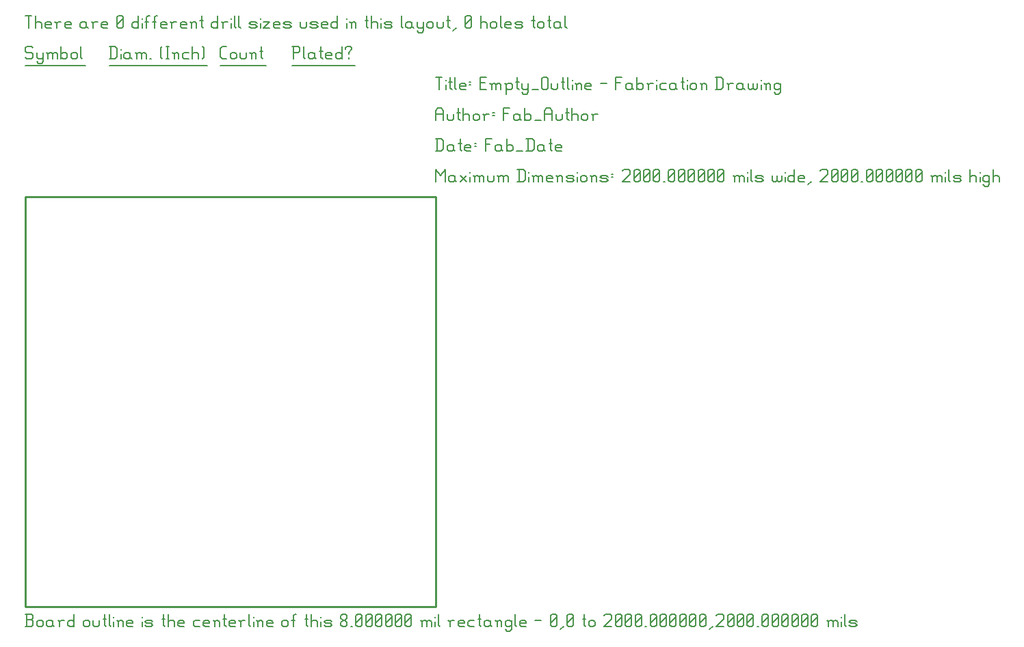
<source format=gbr>
G04 start of page 3 for group -3984 idx -3984 *
G04 Title: Empty_Outline, fab *
G04 Creator: pcb v4.0.0-g08c339ec *
G04 CreationDate: Tue Apr  4 02:45:06 2017 UTC *
G04 For: dan *
G04 Format: Gerber/RS-274X *
G04 PCB-Dimensions (mil): 2000.00 2000.00 *
G04 PCB-Coordinate-Origin: lower left *
%MOIN*%
%FSLAX25Y25*%
%LNFAB*%
%ADD14C,0.0100*%
%ADD13C,0.0075*%
%ADD12C,0.0060*%
G54D12*X3000Y273500D02*X3750Y272750D01*
X750Y273500D02*X3000D01*
X0Y272750D02*X750Y273500D01*
X0Y272750D02*Y271250D01*
X750Y270500D01*
X3000D01*
X3750Y269750D01*
Y268250D01*
X3000Y267500D02*X3750Y268250D01*
X750Y267500D02*X3000D01*
X0Y268250D02*X750Y267500D01*
X5550Y270500D02*Y268250D01*
X6300Y267500D01*
X8550Y270500D02*Y266000D01*
X7800Y265250D02*X8550Y266000D01*
X6300Y265250D02*X7800D01*
X5550Y266000D02*X6300Y265250D01*
Y267500D02*X7800D01*
X8550Y268250D01*
X11100Y269750D02*Y267500D01*
Y269750D02*X11850Y270500D01*
X12600D01*
X13350Y269750D01*
Y267500D01*
Y269750D02*X14100Y270500D01*
X14850D01*
X15600Y269750D01*
Y267500D01*
X10350Y270500D02*X11100Y269750D01*
X17400Y273500D02*Y267500D01*
Y268250D02*X18150Y267500D01*
X19650D01*
X20400Y268250D01*
Y269750D02*Y268250D01*
X19650Y270500D02*X20400Y269750D01*
X18150Y270500D02*X19650D01*
X17400Y269750D02*X18150Y270500D01*
X22200Y269750D02*Y268250D01*
Y269750D02*X22950Y270500D01*
X24450D01*
X25200Y269750D01*
Y268250D01*
X24450Y267500D02*X25200Y268250D01*
X22950Y267500D02*X24450D01*
X22200Y268250D02*X22950Y267500D01*
X27000Y273500D02*Y268250D01*
X27750Y267500D01*
X0Y264250D02*X29250D01*
X41750Y273500D02*Y267500D01*
X43700Y273500D02*X44750Y272450D01*
Y268550D01*
X43700Y267500D02*X44750Y268550D01*
X41000Y267500D02*X43700D01*
X41000Y273500D02*X43700D01*
G54D13*X46550Y272000D02*Y271850D01*
G54D12*Y269750D02*Y267500D01*
X50300Y270500D02*X51050Y269750D01*
X48800Y270500D02*X50300D01*
X48050Y269750D02*X48800Y270500D01*
X48050Y269750D02*Y268250D01*
X48800Y267500D01*
X51050Y270500D02*Y268250D01*
X51800Y267500D01*
X48800D02*X50300D01*
X51050Y268250D01*
X54350Y269750D02*Y267500D01*
Y269750D02*X55100Y270500D01*
X55850D01*
X56600Y269750D01*
Y267500D01*
Y269750D02*X57350Y270500D01*
X58100D01*
X58850Y269750D01*
Y267500D01*
X53600Y270500D02*X54350Y269750D01*
X60650Y267500D02*X61400D01*
X65900Y268250D02*X66650Y267500D01*
X65900Y272750D02*X66650Y273500D01*
X65900Y272750D02*Y268250D01*
X68450Y273500D02*X69950D01*
X69200D02*Y267500D01*
X68450D02*X69950D01*
X72500Y269750D02*Y267500D01*
Y269750D02*X73250Y270500D01*
X74000D01*
X74750Y269750D01*
Y267500D01*
X71750Y270500D02*X72500Y269750D01*
X77300Y270500D02*X79550D01*
X76550Y269750D02*X77300Y270500D01*
X76550Y269750D02*Y268250D01*
X77300Y267500D01*
X79550D01*
X81350Y273500D02*Y267500D01*
Y269750D02*X82100Y270500D01*
X83600D01*
X84350Y269750D01*
Y267500D01*
X86150Y273500D02*X86900Y272750D01*
Y268250D01*
X86150Y267500D02*X86900Y268250D01*
X41000Y264250D02*X88700D01*
X96050Y267500D02*X98000D01*
X95000Y268550D02*X96050Y267500D01*
X95000Y272450D02*Y268550D01*
Y272450D02*X96050Y273500D01*
X98000D01*
X99800Y269750D02*Y268250D01*
Y269750D02*X100550Y270500D01*
X102050D01*
X102800Y269750D01*
Y268250D01*
X102050Y267500D02*X102800Y268250D01*
X100550Y267500D02*X102050D01*
X99800Y268250D02*X100550Y267500D01*
X104600Y270500D02*Y268250D01*
X105350Y267500D01*
X106850D01*
X107600Y268250D01*
Y270500D02*Y268250D01*
X110150Y269750D02*Y267500D01*
Y269750D02*X110900Y270500D01*
X111650D01*
X112400Y269750D01*
Y267500D01*
X109400Y270500D02*X110150Y269750D01*
X114950Y273500D02*Y268250D01*
X115700Y267500D01*
X114200Y271250D02*X115700D01*
X95000Y264250D02*X117200D01*
X130750Y273500D02*Y267500D01*
X130000Y273500D02*X133000D01*
X133750Y272750D01*
Y271250D01*
X133000Y270500D02*X133750Y271250D01*
X130750Y270500D02*X133000D01*
X135550Y273500D02*Y268250D01*
X136300Y267500D01*
X140050Y270500D02*X140800Y269750D01*
X138550Y270500D02*X140050D01*
X137800Y269750D02*X138550Y270500D01*
X137800Y269750D02*Y268250D01*
X138550Y267500D01*
X140800Y270500D02*Y268250D01*
X141550Y267500D01*
X138550D02*X140050D01*
X140800Y268250D01*
X144100Y273500D02*Y268250D01*
X144850Y267500D01*
X143350Y271250D02*X144850D01*
X147100Y267500D02*X149350D01*
X146350Y268250D02*X147100Y267500D01*
X146350Y269750D02*Y268250D01*
Y269750D02*X147100Y270500D01*
X148600D01*
X149350Y269750D01*
X146350Y269000D02*X149350D01*
Y269750D02*Y269000D01*
X154150Y273500D02*Y267500D01*
X153400D02*X154150Y268250D01*
X151900Y267500D02*X153400D01*
X151150Y268250D02*X151900Y267500D01*
X151150Y269750D02*Y268250D01*
Y269750D02*X151900Y270500D01*
X153400D01*
X154150Y269750D01*
X157450Y270500D02*Y269750D01*
Y268250D02*Y267500D01*
X155950Y272750D02*Y272000D01*
Y272750D02*X156700Y273500D01*
X158200D01*
X158950Y272750D01*
Y272000D01*
X157450Y270500D02*X158950Y272000D01*
X130000Y264250D02*X160750D01*
X0Y288500D02*X3000D01*
X1500D02*Y282500D01*
X4800Y288500D02*Y282500D01*
Y284750D02*X5550Y285500D01*
X7050D01*
X7800Y284750D01*
Y282500D01*
X10350D02*X12600D01*
X9600Y283250D02*X10350Y282500D01*
X9600Y284750D02*Y283250D01*
Y284750D02*X10350Y285500D01*
X11850D01*
X12600Y284750D01*
X9600Y284000D02*X12600D01*
Y284750D02*Y284000D01*
X15150Y284750D02*Y282500D01*
Y284750D02*X15900Y285500D01*
X17400D01*
X14400D02*X15150Y284750D01*
X19950Y282500D02*X22200D01*
X19200Y283250D02*X19950Y282500D01*
X19200Y284750D02*Y283250D01*
Y284750D02*X19950Y285500D01*
X21450D01*
X22200Y284750D01*
X19200Y284000D02*X22200D01*
Y284750D02*Y284000D01*
X28950Y285500D02*X29700Y284750D01*
X27450Y285500D02*X28950D01*
X26700Y284750D02*X27450Y285500D01*
X26700Y284750D02*Y283250D01*
X27450Y282500D01*
X29700Y285500D02*Y283250D01*
X30450Y282500D01*
X27450D02*X28950D01*
X29700Y283250D01*
X33000Y284750D02*Y282500D01*
Y284750D02*X33750Y285500D01*
X35250D01*
X32250D02*X33000Y284750D01*
X37800Y282500D02*X40050D01*
X37050Y283250D02*X37800Y282500D01*
X37050Y284750D02*Y283250D01*
Y284750D02*X37800Y285500D01*
X39300D01*
X40050Y284750D01*
X37050Y284000D02*X40050D01*
Y284750D02*Y284000D01*
X44550Y283250D02*X45300Y282500D01*
X44550Y287750D02*Y283250D01*
Y287750D02*X45300Y288500D01*
X46800D01*
X47550Y287750D01*
Y283250D01*
X46800Y282500D02*X47550Y283250D01*
X45300Y282500D02*X46800D01*
X44550Y284000D02*X47550Y287000D01*
X55050Y288500D02*Y282500D01*
X54300D02*X55050Y283250D01*
X52800Y282500D02*X54300D01*
X52050Y283250D02*X52800Y282500D01*
X52050Y284750D02*Y283250D01*
Y284750D02*X52800Y285500D01*
X54300D01*
X55050Y284750D01*
G54D13*X56850Y287000D02*Y286850D01*
G54D12*Y284750D02*Y282500D01*
X59100Y287750D02*Y282500D01*
Y287750D02*X59850Y288500D01*
X60600D01*
X58350Y285500D02*X59850D01*
X62850Y287750D02*Y282500D01*
Y287750D02*X63600Y288500D01*
X64350D01*
X62100Y285500D02*X63600D01*
X66600Y282500D02*X68850D01*
X65850Y283250D02*X66600Y282500D01*
X65850Y284750D02*Y283250D01*
Y284750D02*X66600Y285500D01*
X68100D01*
X68850Y284750D01*
X65850Y284000D02*X68850D01*
Y284750D02*Y284000D01*
X71400Y284750D02*Y282500D01*
Y284750D02*X72150Y285500D01*
X73650D01*
X70650D02*X71400Y284750D01*
X76200Y282500D02*X78450D01*
X75450Y283250D02*X76200Y282500D01*
X75450Y284750D02*Y283250D01*
Y284750D02*X76200Y285500D01*
X77700D01*
X78450Y284750D01*
X75450Y284000D02*X78450D01*
Y284750D02*Y284000D01*
X81000Y284750D02*Y282500D01*
Y284750D02*X81750Y285500D01*
X82500D01*
X83250Y284750D01*
Y282500D01*
X80250Y285500D02*X81000Y284750D01*
X85800Y288500D02*Y283250D01*
X86550Y282500D01*
X85050Y286250D02*X86550D01*
X93750Y288500D02*Y282500D01*
X93000D02*X93750Y283250D01*
X91500Y282500D02*X93000D01*
X90750Y283250D02*X91500Y282500D01*
X90750Y284750D02*Y283250D01*
Y284750D02*X91500Y285500D01*
X93000D01*
X93750Y284750D01*
X96300D02*Y282500D01*
Y284750D02*X97050Y285500D01*
X98550D01*
X95550D02*X96300Y284750D01*
G54D13*X100350Y287000D02*Y286850D01*
G54D12*Y284750D02*Y282500D01*
X101850Y288500D02*Y283250D01*
X102600Y282500D01*
X104100Y288500D02*Y283250D01*
X104850Y282500D01*
X109800D02*X112050D01*
X112800Y283250D01*
X112050Y284000D02*X112800Y283250D01*
X109800Y284000D02*X112050D01*
X109050Y284750D02*X109800Y284000D01*
X109050Y284750D02*X109800Y285500D01*
X112050D01*
X112800Y284750D01*
X109050Y283250D02*X109800Y282500D01*
G54D13*X114600Y287000D02*Y286850D01*
G54D12*Y284750D02*Y282500D01*
X116100Y285500D02*X119100D01*
X116100Y282500D02*X119100Y285500D01*
X116100Y282500D02*X119100D01*
X121650D02*X123900D01*
X120900Y283250D02*X121650Y282500D01*
X120900Y284750D02*Y283250D01*
Y284750D02*X121650Y285500D01*
X123150D01*
X123900Y284750D01*
X120900Y284000D02*X123900D01*
Y284750D02*Y284000D01*
X126450Y282500D02*X128700D01*
X129450Y283250D01*
X128700Y284000D02*X129450Y283250D01*
X126450Y284000D02*X128700D01*
X125700Y284750D02*X126450Y284000D01*
X125700Y284750D02*X126450Y285500D01*
X128700D01*
X129450Y284750D01*
X125700Y283250D02*X126450Y282500D01*
X133950Y285500D02*Y283250D01*
X134700Y282500D01*
X136200D01*
X136950Y283250D01*
Y285500D02*Y283250D01*
X139500Y282500D02*X141750D01*
X142500Y283250D01*
X141750Y284000D02*X142500Y283250D01*
X139500Y284000D02*X141750D01*
X138750Y284750D02*X139500Y284000D01*
X138750Y284750D02*X139500Y285500D01*
X141750D01*
X142500Y284750D01*
X138750Y283250D02*X139500Y282500D01*
X145050D02*X147300D01*
X144300Y283250D02*X145050Y282500D01*
X144300Y284750D02*Y283250D01*
Y284750D02*X145050Y285500D01*
X146550D01*
X147300Y284750D01*
X144300Y284000D02*X147300D01*
Y284750D02*Y284000D01*
X152100Y288500D02*Y282500D01*
X151350D02*X152100Y283250D01*
X149850Y282500D02*X151350D01*
X149100Y283250D02*X149850Y282500D01*
X149100Y284750D02*Y283250D01*
Y284750D02*X149850Y285500D01*
X151350D01*
X152100Y284750D01*
G54D13*X156600Y287000D02*Y286850D01*
G54D12*Y284750D02*Y282500D01*
X158850Y284750D02*Y282500D01*
Y284750D02*X159600Y285500D01*
X160350D01*
X161100Y284750D01*
Y282500D01*
X158100Y285500D02*X158850Y284750D01*
X166350Y288500D02*Y283250D01*
X167100Y282500D01*
X165600Y286250D02*X167100D01*
X168600Y288500D02*Y282500D01*
Y284750D02*X169350Y285500D01*
X170850D01*
X171600Y284750D01*
Y282500D01*
G54D13*X173400Y287000D02*Y286850D01*
G54D12*Y284750D02*Y282500D01*
X175650D02*X177900D01*
X178650Y283250D01*
X177900Y284000D02*X178650Y283250D01*
X175650Y284000D02*X177900D01*
X174900Y284750D02*X175650Y284000D01*
X174900Y284750D02*X175650Y285500D01*
X177900D01*
X178650Y284750D01*
X174900Y283250D02*X175650Y282500D01*
X183150Y288500D02*Y283250D01*
X183900Y282500D01*
X187650Y285500D02*X188400Y284750D01*
X186150Y285500D02*X187650D01*
X185400Y284750D02*X186150Y285500D01*
X185400Y284750D02*Y283250D01*
X186150Y282500D01*
X188400Y285500D02*Y283250D01*
X189150Y282500D01*
X186150D02*X187650D01*
X188400Y283250D01*
X190950Y285500D02*Y283250D01*
X191700Y282500D01*
X193950Y285500D02*Y281000D01*
X193200Y280250D02*X193950Y281000D01*
X191700Y280250D02*X193200D01*
X190950Y281000D02*X191700Y280250D01*
Y282500D02*X193200D01*
X193950Y283250D01*
X195750Y284750D02*Y283250D01*
Y284750D02*X196500Y285500D01*
X198000D01*
X198750Y284750D01*
Y283250D01*
X198000Y282500D02*X198750Y283250D01*
X196500Y282500D02*X198000D01*
X195750Y283250D02*X196500Y282500D01*
X200550Y285500D02*Y283250D01*
X201300Y282500D01*
X202800D01*
X203550Y283250D01*
Y285500D02*Y283250D01*
X206100Y288500D02*Y283250D01*
X206850Y282500D01*
X205350Y286250D02*X206850D01*
X208350Y281000D02*X209850Y282500D01*
X214350Y283250D02*X215100Y282500D01*
X214350Y287750D02*Y283250D01*
Y287750D02*X215100Y288500D01*
X216600D01*
X217350Y287750D01*
Y283250D01*
X216600Y282500D02*X217350Y283250D01*
X215100Y282500D02*X216600D01*
X214350Y284000D02*X217350Y287000D01*
X221850Y288500D02*Y282500D01*
Y284750D02*X222600Y285500D01*
X224100D01*
X224850Y284750D01*
Y282500D01*
X226650Y284750D02*Y283250D01*
Y284750D02*X227400Y285500D01*
X228900D01*
X229650Y284750D01*
Y283250D01*
X228900Y282500D02*X229650Y283250D01*
X227400Y282500D02*X228900D01*
X226650Y283250D02*X227400Y282500D01*
X231450Y288500D02*Y283250D01*
X232200Y282500D01*
X234450D02*X236700D01*
X233700Y283250D02*X234450Y282500D01*
X233700Y284750D02*Y283250D01*
Y284750D02*X234450Y285500D01*
X235950D01*
X236700Y284750D01*
X233700Y284000D02*X236700D01*
Y284750D02*Y284000D01*
X239250Y282500D02*X241500D01*
X242250Y283250D01*
X241500Y284000D02*X242250Y283250D01*
X239250Y284000D02*X241500D01*
X238500Y284750D02*X239250Y284000D01*
X238500Y284750D02*X239250Y285500D01*
X241500D01*
X242250Y284750D01*
X238500Y283250D02*X239250Y282500D01*
X247500Y288500D02*Y283250D01*
X248250Y282500D01*
X246750Y286250D02*X248250D01*
X249750Y284750D02*Y283250D01*
Y284750D02*X250500Y285500D01*
X252000D01*
X252750Y284750D01*
Y283250D01*
X252000Y282500D02*X252750Y283250D01*
X250500Y282500D02*X252000D01*
X249750Y283250D02*X250500Y282500D01*
X255300Y288500D02*Y283250D01*
X256050Y282500D01*
X254550Y286250D02*X256050D01*
X259800Y285500D02*X260550Y284750D01*
X258300Y285500D02*X259800D01*
X257550Y284750D02*X258300Y285500D01*
X257550Y284750D02*Y283250D01*
X258300Y282500D01*
X260550Y285500D02*Y283250D01*
X261300Y282500D01*
X258300D02*X259800D01*
X260550Y283250D01*
X263100Y288500D02*Y283250D01*
X263850Y282500D01*
G54D14*X0Y200000D02*X200000D01*
X0D02*Y0D01*
X200000Y200000D02*Y0D01*
X0D02*X200000D01*
G54D12*Y213500D02*Y207500D01*
Y213500D02*X202250Y210500D01*
X204500Y213500D01*
Y207500D01*
X208550Y210500D02*X209300Y209750D01*
X207050Y210500D02*X208550D01*
X206300Y209750D02*X207050Y210500D01*
X206300Y209750D02*Y208250D01*
X207050Y207500D01*
X209300Y210500D02*Y208250D01*
X210050Y207500D01*
X207050D02*X208550D01*
X209300Y208250D01*
X211850Y210500D02*X214850Y207500D01*
X211850D02*X214850Y210500D01*
G54D13*X216650Y212000D02*Y211850D01*
G54D12*Y209750D02*Y207500D01*
X218900Y209750D02*Y207500D01*
Y209750D02*X219650Y210500D01*
X220400D01*
X221150Y209750D01*
Y207500D01*
Y209750D02*X221900Y210500D01*
X222650D01*
X223400Y209750D01*
Y207500D01*
X218150Y210500D02*X218900Y209750D01*
X225200Y210500D02*Y208250D01*
X225950Y207500D01*
X227450D01*
X228200Y208250D01*
Y210500D02*Y208250D01*
X230750Y209750D02*Y207500D01*
Y209750D02*X231500Y210500D01*
X232250D01*
X233000Y209750D01*
Y207500D01*
Y209750D02*X233750Y210500D01*
X234500D01*
X235250Y209750D01*
Y207500D01*
X230000Y210500D02*X230750Y209750D01*
X240500Y213500D02*Y207500D01*
X242450Y213500D02*X243500Y212450D01*
Y208550D01*
X242450Y207500D02*X243500Y208550D01*
X239750Y207500D02*X242450D01*
X239750Y213500D02*X242450D01*
G54D13*X245300Y212000D02*Y211850D01*
G54D12*Y209750D02*Y207500D01*
X247550Y209750D02*Y207500D01*
Y209750D02*X248300Y210500D01*
X249050D01*
X249800Y209750D01*
Y207500D01*
Y209750D02*X250550Y210500D01*
X251300D01*
X252050Y209750D01*
Y207500D01*
X246800Y210500D02*X247550Y209750D01*
X254600Y207500D02*X256850D01*
X253850Y208250D02*X254600Y207500D01*
X253850Y209750D02*Y208250D01*
Y209750D02*X254600Y210500D01*
X256100D01*
X256850Y209750D01*
X253850Y209000D02*X256850D01*
Y209750D02*Y209000D01*
X259400Y209750D02*Y207500D01*
Y209750D02*X260150Y210500D01*
X260900D01*
X261650Y209750D01*
Y207500D01*
X258650Y210500D02*X259400Y209750D01*
X264200Y207500D02*X266450D01*
X267200Y208250D01*
X266450Y209000D02*X267200Y208250D01*
X264200Y209000D02*X266450D01*
X263450Y209750D02*X264200Y209000D01*
X263450Y209750D02*X264200Y210500D01*
X266450D01*
X267200Y209750D01*
X263450Y208250D02*X264200Y207500D01*
G54D13*X269000Y212000D02*Y211850D01*
G54D12*Y209750D02*Y207500D01*
X270500Y209750D02*Y208250D01*
Y209750D02*X271250Y210500D01*
X272750D01*
X273500Y209750D01*
Y208250D01*
X272750Y207500D02*X273500Y208250D01*
X271250Y207500D02*X272750D01*
X270500Y208250D02*X271250Y207500D01*
X276050Y209750D02*Y207500D01*
Y209750D02*X276800Y210500D01*
X277550D01*
X278300Y209750D01*
Y207500D01*
X275300Y210500D02*X276050Y209750D01*
X280850Y207500D02*X283100D01*
X283850Y208250D01*
X283100Y209000D02*X283850Y208250D01*
X280850Y209000D02*X283100D01*
X280100Y209750D02*X280850Y209000D01*
X280100Y209750D02*X280850Y210500D01*
X283100D01*
X283850Y209750D01*
X280100Y208250D02*X280850Y207500D01*
X285650Y211250D02*X286400D01*
X285650Y209750D02*X286400D01*
X290900Y212750D02*X291650Y213500D01*
X293900D01*
X294650Y212750D01*
Y211250D01*
X290900Y207500D02*X294650Y211250D01*
X290900Y207500D02*X294650D01*
X296450Y208250D02*X297200Y207500D01*
X296450Y212750D02*Y208250D01*
Y212750D02*X297200Y213500D01*
X298700D01*
X299450Y212750D01*
Y208250D01*
X298700Y207500D02*X299450Y208250D01*
X297200Y207500D02*X298700D01*
X296450Y209000D02*X299450Y212000D01*
X301250Y208250D02*X302000Y207500D01*
X301250Y212750D02*Y208250D01*
Y212750D02*X302000Y213500D01*
X303500D01*
X304250Y212750D01*
Y208250D01*
X303500Y207500D02*X304250Y208250D01*
X302000Y207500D02*X303500D01*
X301250Y209000D02*X304250Y212000D01*
X306050Y208250D02*X306800Y207500D01*
X306050Y212750D02*Y208250D01*
Y212750D02*X306800Y213500D01*
X308300D01*
X309050Y212750D01*
Y208250D01*
X308300Y207500D02*X309050Y208250D01*
X306800Y207500D02*X308300D01*
X306050Y209000D02*X309050Y212000D01*
X310850Y207500D02*X311600D01*
X313400Y208250D02*X314150Y207500D01*
X313400Y212750D02*Y208250D01*
Y212750D02*X314150Y213500D01*
X315650D01*
X316400Y212750D01*
Y208250D01*
X315650Y207500D02*X316400Y208250D01*
X314150Y207500D02*X315650D01*
X313400Y209000D02*X316400Y212000D01*
X318200Y208250D02*X318950Y207500D01*
X318200Y212750D02*Y208250D01*
Y212750D02*X318950Y213500D01*
X320450D01*
X321200Y212750D01*
Y208250D01*
X320450Y207500D02*X321200Y208250D01*
X318950Y207500D02*X320450D01*
X318200Y209000D02*X321200Y212000D01*
X323000Y208250D02*X323750Y207500D01*
X323000Y212750D02*Y208250D01*
Y212750D02*X323750Y213500D01*
X325250D01*
X326000Y212750D01*
Y208250D01*
X325250Y207500D02*X326000Y208250D01*
X323750Y207500D02*X325250D01*
X323000Y209000D02*X326000Y212000D01*
X327800Y208250D02*X328550Y207500D01*
X327800Y212750D02*Y208250D01*
Y212750D02*X328550Y213500D01*
X330050D01*
X330800Y212750D01*
Y208250D01*
X330050Y207500D02*X330800Y208250D01*
X328550Y207500D02*X330050D01*
X327800Y209000D02*X330800Y212000D01*
X332600Y208250D02*X333350Y207500D01*
X332600Y212750D02*Y208250D01*
Y212750D02*X333350Y213500D01*
X334850D01*
X335600Y212750D01*
Y208250D01*
X334850Y207500D02*X335600Y208250D01*
X333350Y207500D02*X334850D01*
X332600Y209000D02*X335600Y212000D01*
X337400Y208250D02*X338150Y207500D01*
X337400Y212750D02*Y208250D01*
Y212750D02*X338150Y213500D01*
X339650D01*
X340400Y212750D01*
Y208250D01*
X339650Y207500D02*X340400Y208250D01*
X338150Y207500D02*X339650D01*
X337400Y209000D02*X340400Y212000D01*
X345650Y209750D02*Y207500D01*
Y209750D02*X346400Y210500D01*
X347150D01*
X347900Y209750D01*
Y207500D01*
Y209750D02*X348650Y210500D01*
X349400D01*
X350150Y209750D01*
Y207500D01*
X344900Y210500D02*X345650Y209750D01*
G54D13*X351950Y212000D02*Y211850D01*
G54D12*Y209750D02*Y207500D01*
X353450Y213500D02*Y208250D01*
X354200Y207500D01*
X356450D02*X358700D01*
X359450Y208250D01*
X358700Y209000D02*X359450Y208250D01*
X356450Y209000D02*X358700D01*
X355700Y209750D02*X356450Y209000D01*
X355700Y209750D02*X356450Y210500D01*
X358700D01*
X359450Y209750D01*
X355700Y208250D02*X356450Y207500D01*
X363950Y210500D02*Y208250D01*
X364700Y207500D01*
X365450D01*
X366200Y208250D01*
Y210500D02*Y208250D01*
X366950Y207500D01*
X367700D01*
X368450Y208250D01*
Y210500D02*Y208250D01*
G54D13*X370250Y212000D02*Y211850D01*
G54D12*Y209750D02*Y207500D01*
X374750Y213500D02*Y207500D01*
X374000D02*X374750Y208250D01*
X372500Y207500D02*X374000D01*
X371750Y208250D02*X372500Y207500D01*
X371750Y209750D02*Y208250D01*
Y209750D02*X372500Y210500D01*
X374000D01*
X374750Y209750D01*
X377300Y207500D02*X379550D01*
X376550Y208250D02*X377300Y207500D01*
X376550Y209750D02*Y208250D01*
Y209750D02*X377300Y210500D01*
X378800D01*
X379550Y209750D01*
X376550Y209000D02*X379550D01*
Y209750D02*Y209000D01*
X381350Y206000D02*X382850Y207500D01*
X387350Y212750D02*X388100Y213500D01*
X390350D01*
X391100Y212750D01*
Y211250D01*
X387350Y207500D02*X391100Y211250D01*
X387350Y207500D02*X391100D01*
X392900Y208250D02*X393650Y207500D01*
X392900Y212750D02*Y208250D01*
Y212750D02*X393650Y213500D01*
X395150D01*
X395900Y212750D01*
Y208250D01*
X395150Y207500D02*X395900Y208250D01*
X393650Y207500D02*X395150D01*
X392900Y209000D02*X395900Y212000D01*
X397700Y208250D02*X398450Y207500D01*
X397700Y212750D02*Y208250D01*
Y212750D02*X398450Y213500D01*
X399950D01*
X400700Y212750D01*
Y208250D01*
X399950Y207500D02*X400700Y208250D01*
X398450Y207500D02*X399950D01*
X397700Y209000D02*X400700Y212000D01*
X402500Y208250D02*X403250Y207500D01*
X402500Y212750D02*Y208250D01*
Y212750D02*X403250Y213500D01*
X404750D01*
X405500Y212750D01*
Y208250D01*
X404750Y207500D02*X405500Y208250D01*
X403250Y207500D02*X404750D01*
X402500Y209000D02*X405500Y212000D01*
X407300Y207500D02*X408050D01*
X409850Y208250D02*X410600Y207500D01*
X409850Y212750D02*Y208250D01*
Y212750D02*X410600Y213500D01*
X412100D01*
X412850Y212750D01*
Y208250D01*
X412100Y207500D02*X412850Y208250D01*
X410600Y207500D02*X412100D01*
X409850Y209000D02*X412850Y212000D01*
X414650Y208250D02*X415400Y207500D01*
X414650Y212750D02*Y208250D01*
Y212750D02*X415400Y213500D01*
X416900D01*
X417650Y212750D01*
Y208250D01*
X416900Y207500D02*X417650Y208250D01*
X415400Y207500D02*X416900D01*
X414650Y209000D02*X417650Y212000D01*
X419450Y208250D02*X420200Y207500D01*
X419450Y212750D02*Y208250D01*
Y212750D02*X420200Y213500D01*
X421700D01*
X422450Y212750D01*
Y208250D01*
X421700Y207500D02*X422450Y208250D01*
X420200Y207500D02*X421700D01*
X419450Y209000D02*X422450Y212000D01*
X424250Y208250D02*X425000Y207500D01*
X424250Y212750D02*Y208250D01*
Y212750D02*X425000Y213500D01*
X426500D01*
X427250Y212750D01*
Y208250D01*
X426500Y207500D02*X427250Y208250D01*
X425000Y207500D02*X426500D01*
X424250Y209000D02*X427250Y212000D01*
X429050Y208250D02*X429800Y207500D01*
X429050Y212750D02*Y208250D01*
Y212750D02*X429800Y213500D01*
X431300D01*
X432050Y212750D01*
Y208250D01*
X431300Y207500D02*X432050Y208250D01*
X429800Y207500D02*X431300D01*
X429050Y209000D02*X432050Y212000D01*
X433850Y208250D02*X434600Y207500D01*
X433850Y212750D02*Y208250D01*
Y212750D02*X434600Y213500D01*
X436100D01*
X436850Y212750D01*
Y208250D01*
X436100Y207500D02*X436850Y208250D01*
X434600Y207500D02*X436100D01*
X433850Y209000D02*X436850Y212000D01*
X442100Y209750D02*Y207500D01*
Y209750D02*X442850Y210500D01*
X443600D01*
X444350Y209750D01*
Y207500D01*
Y209750D02*X445100Y210500D01*
X445850D01*
X446600Y209750D01*
Y207500D01*
X441350Y210500D02*X442100Y209750D01*
G54D13*X448400Y212000D02*Y211850D01*
G54D12*Y209750D02*Y207500D01*
X449900Y213500D02*Y208250D01*
X450650Y207500D01*
X452900D02*X455150D01*
X455900Y208250D01*
X455150Y209000D02*X455900Y208250D01*
X452900Y209000D02*X455150D01*
X452150Y209750D02*X452900Y209000D01*
X452150Y209750D02*X452900Y210500D01*
X455150D01*
X455900Y209750D01*
X452150Y208250D02*X452900Y207500D01*
X460400Y213500D02*Y207500D01*
Y209750D02*X461150Y210500D01*
X462650D01*
X463400Y209750D01*
Y207500D01*
G54D13*X465200Y212000D02*Y211850D01*
G54D12*Y209750D02*Y207500D01*
X468950Y210500D02*X469700Y209750D01*
X467450Y210500D02*X468950D01*
X466700Y209750D02*X467450Y210500D01*
X466700Y209750D02*Y208250D01*
X467450Y207500D01*
X468950D01*
X469700Y208250D01*
X466700Y206000D02*X467450Y205250D01*
X468950D01*
X469700Y206000D01*
Y210500D02*Y206000D01*
X471500Y213500D02*Y207500D01*
Y209750D02*X472250Y210500D01*
X473750D01*
X474500Y209750D01*
Y207500D01*
X0Y-9500D02*X3000D01*
X3750Y-8750D01*
Y-6950D02*Y-8750D01*
X3000Y-6200D02*X3750Y-6950D01*
X750Y-6200D02*X3000D01*
X750Y-3500D02*Y-9500D01*
X0Y-3500D02*X3000D01*
X3750Y-4250D01*
Y-5450D01*
X3000Y-6200D02*X3750Y-5450D01*
X5550Y-7250D02*Y-8750D01*
Y-7250D02*X6300Y-6500D01*
X7800D01*
X8550Y-7250D01*
Y-8750D01*
X7800Y-9500D02*X8550Y-8750D01*
X6300Y-9500D02*X7800D01*
X5550Y-8750D02*X6300Y-9500D01*
X12600Y-6500D02*X13350Y-7250D01*
X11100Y-6500D02*X12600D01*
X10350Y-7250D02*X11100Y-6500D01*
X10350Y-7250D02*Y-8750D01*
X11100Y-9500D01*
X13350Y-6500D02*Y-8750D01*
X14100Y-9500D01*
X11100D02*X12600D01*
X13350Y-8750D01*
X16650Y-7250D02*Y-9500D01*
Y-7250D02*X17400Y-6500D01*
X18900D01*
X15900D02*X16650Y-7250D01*
X23700Y-3500D02*Y-9500D01*
X22950D02*X23700Y-8750D01*
X21450Y-9500D02*X22950D01*
X20700Y-8750D02*X21450Y-9500D01*
X20700Y-7250D02*Y-8750D01*
Y-7250D02*X21450Y-6500D01*
X22950D01*
X23700Y-7250D01*
X28200D02*Y-8750D01*
Y-7250D02*X28950Y-6500D01*
X30450D01*
X31200Y-7250D01*
Y-8750D01*
X30450Y-9500D02*X31200Y-8750D01*
X28950Y-9500D02*X30450D01*
X28200Y-8750D02*X28950Y-9500D01*
X33000Y-6500D02*Y-8750D01*
X33750Y-9500D01*
X35250D01*
X36000Y-8750D01*
Y-6500D02*Y-8750D01*
X38550Y-3500D02*Y-8750D01*
X39300Y-9500D01*
X37800Y-5750D02*X39300D01*
X40800Y-3500D02*Y-8750D01*
X41550Y-9500D01*
G54D13*X43050Y-5000D02*Y-5150D01*
G54D12*Y-7250D02*Y-9500D01*
X45300Y-7250D02*Y-9500D01*
Y-7250D02*X46050Y-6500D01*
X46800D01*
X47550Y-7250D01*
Y-9500D01*
X44550Y-6500D02*X45300Y-7250D01*
X50100Y-9500D02*X52350D01*
X49350Y-8750D02*X50100Y-9500D01*
X49350Y-7250D02*Y-8750D01*
Y-7250D02*X50100Y-6500D01*
X51600D01*
X52350Y-7250D01*
X49350Y-8000D02*X52350D01*
Y-7250D02*Y-8000D01*
G54D13*X56850Y-5000D02*Y-5150D01*
G54D12*Y-7250D02*Y-9500D01*
X59100D02*X61350D01*
X62100Y-8750D01*
X61350Y-8000D02*X62100Y-8750D01*
X59100Y-8000D02*X61350D01*
X58350Y-7250D02*X59100Y-8000D01*
X58350Y-7250D02*X59100Y-6500D01*
X61350D01*
X62100Y-7250D01*
X58350Y-8750D02*X59100Y-9500D01*
X67350Y-3500D02*Y-8750D01*
X68100Y-9500D01*
X66600Y-5750D02*X68100D01*
X69600Y-3500D02*Y-9500D01*
Y-7250D02*X70350Y-6500D01*
X71850D01*
X72600Y-7250D01*
Y-9500D01*
X75150D02*X77400D01*
X74400Y-8750D02*X75150Y-9500D01*
X74400Y-7250D02*Y-8750D01*
Y-7250D02*X75150Y-6500D01*
X76650D01*
X77400Y-7250D01*
X74400Y-8000D02*X77400D01*
Y-7250D02*Y-8000D01*
X82650Y-6500D02*X84900D01*
X81900Y-7250D02*X82650Y-6500D01*
X81900Y-7250D02*Y-8750D01*
X82650Y-9500D01*
X84900D01*
X87450D02*X89700D01*
X86700Y-8750D02*X87450Y-9500D01*
X86700Y-7250D02*Y-8750D01*
Y-7250D02*X87450Y-6500D01*
X88950D01*
X89700Y-7250D01*
X86700Y-8000D02*X89700D01*
Y-7250D02*Y-8000D01*
X92250Y-7250D02*Y-9500D01*
Y-7250D02*X93000Y-6500D01*
X93750D01*
X94500Y-7250D01*
Y-9500D01*
X91500Y-6500D02*X92250Y-7250D01*
X97050Y-3500D02*Y-8750D01*
X97800Y-9500D01*
X96300Y-5750D02*X97800D01*
X100050Y-9500D02*X102300D01*
X99300Y-8750D02*X100050Y-9500D01*
X99300Y-7250D02*Y-8750D01*
Y-7250D02*X100050Y-6500D01*
X101550D01*
X102300Y-7250D01*
X99300Y-8000D02*X102300D01*
Y-7250D02*Y-8000D01*
X104850Y-7250D02*Y-9500D01*
Y-7250D02*X105600Y-6500D01*
X107100D01*
X104100D02*X104850Y-7250D01*
X108900Y-3500D02*Y-8750D01*
X109650Y-9500D01*
G54D13*X111150Y-5000D02*Y-5150D01*
G54D12*Y-7250D02*Y-9500D01*
X113400Y-7250D02*Y-9500D01*
Y-7250D02*X114150Y-6500D01*
X114900D01*
X115650Y-7250D01*
Y-9500D01*
X112650Y-6500D02*X113400Y-7250D01*
X118200Y-9500D02*X120450D01*
X117450Y-8750D02*X118200Y-9500D01*
X117450Y-7250D02*Y-8750D01*
Y-7250D02*X118200Y-6500D01*
X119700D01*
X120450Y-7250D01*
X117450Y-8000D02*X120450D01*
Y-7250D02*Y-8000D01*
X124950Y-7250D02*Y-8750D01*
Y-7250D02*X125700Y-6500D01*
X127200D01*
X127950Y-7250D01*
Y-8750D01*
X127200Y-9500D02*X127950Y-8750D01*
X125700Y-9500D02*X127200D01*
X124950Y-8750D02*X125700Y-9500D01*
X130500Y-4250D02*Y-9500D01*
Y-4250D02*X131250Y-3500D01*
X132000D01*
X129750Y-6500D02*X131250D01*
X136950Y-3500D02*Y-8750D01*
X137700Y-9500D01*
X136200Y-5750D02*X137700D01*
X139200Y-3500D02*Y-9500D01*
Y-7250D02*X139950Y-6500D01*
X141450D01*
X142200Y-7250D01*
Y-9500D01*
G54D13*X144000Y-5000D02*Y-5150D01*
G54D12*Y-7250D02*Y-9500D01*
X146250D02*X148500D01*
X149250Y-8750D01*
X148500Y-8000D02*X149250Y-8750D01*
X146250Y-8000D02*X148500D01*
X145500Y-7250D02*X146250Y-8000D01*
X145500Y-7250D02*X146250Y-6500D01*
X148500D01*
X149250Y-7250D01*
X145500Y-8750D02*X146250Y-9500D01*
X153750Y-8750D02*X154500Y-9500D01*
X153750Y-7550D02*Y-8750D01*
Y-7550D02*X154800Y-6500D01*
X155700D01*
X156750Y-7550D01*
Y-8750D01*
X156000Y-9500D02*X156750Y-8750D01*
X154500Y-9500D02*X156000D01*
X153750Y-5450D02*X154800Y-6500D01*
X153750Y-4250D02*Y-5450D01*
Y-4250D02*X154500Y-3500D01*
X156000D01*
X156750Y-4250D01*
Y-5450D01*
X155700Y-6500D02*X156750Y-5450D01*
X158550Y-9500D02*X159300D01*
X161100Y-8750D02*X161850Y-9500D01*
X161100Y-4250D02*Y-8750D01*
Y-4250D02*X161850Y-3500D01*
X163350D01*
X164100Y-4250D01*
Y-8750D01*
X163350Y-9500D02*X164100Y-8750D01*
X161850Y-9500D02*X163350D01*
X161100Y-8000D02*X164100Y-5000D01*
X165900Y-8750D02*X166650Y-9500D01*
X165900Y-4250D02*Y-8750D01*
Y-4250D02*X166650Y-3500D01*
X168150D01*
X168900Y-4250D01*
Y-8750D01*
X168150Y-9500D02*X168900Y-8750D01*
X166650Y-9500D02*X168150D01*
X165900Y-8000D02*X168900Y-5000D01*
X170700Y-8750D02*X171450Y-9500D01*
X170700Y-4250D02*Y-8750D01*
Y-4250D02*X171450Y-3500D01*
X172950D01*
X173700Y-4250D01*
Y-8750D01*
X172950Y-9500D02*X173700Y-8750D01*
X171450Y-9500D02*X172950D01*
X170700Y-8000D02*X173700Y-5000D01*
X175500Y-8750D02*X176250Y-9500D01*
X175500Y-4250D02*Y-8750D01*
Y-4250D02*X176250Y-3500D01*
X177750D01*
X178500Y-4250D01*
Y-8750D01*
X177750Y-9500D02*X178500Y-8750D01*
X176250Y-9500D02*X177750D01*
X175500Y-8000D02*X178500Y-5000D01*
X180300Y-8750D02*X181050Y-9500D01*
X180300Y-4250D02*Y-8750D01*
Y-4250D02*X181050Y-3500D01*
X182550D01*
X183300Y-4250D01*
Y-8750D01*
X182550Y-9500D02*X183300Y-8750D01*
X181050Y-9500D02*X182550D01*
X180300Y-8000D02*X183300Y-5000D01*
X185100Y-8750D02*X185850Y-9500D01*
X185100Y-4250D02*Y-8750D01*
Y-4250D02*X185850Y-3500D01*
X187350D01*
X188100Y-4250D01*
Y-8750D01*
X187350Y-9500D02*X188100Y-8750D01*
X185850Y-9500D02*X187350D01*
X185100Y-8000D02*X188100Y-5000D01*
X193350Y-7250D02*Y-9500D01*
Y-7250D02*X194100Y-6500D01*
X194850D01*
X195600Y-7250D01*
Y-9500D01*
Y-7250D02*X196350Y-6500D01*
X197100D01*
X197850Y-7250D01*
Y-9500D01*
X192600Y-6500D02*X193350Y-7250D01*
G54D13*X199650Y-5000D02*Y-5150D01*
G54D12*Y-7250D02*Y-9500D01*
X201150Y-3500D02*Y-8750D01*
X201900Y-9500D01*
X206850Y-7250D02*Y-9500D01*
Y-7250D02*X207600Y-6500D01*
X209100D01*
X206100D02*X206850Y-7250D01*
X211650Y-9500D02*X213900D01*
X210900Y-8750D02*X211650Y-9500D01*
X210900Y-7250D02*Y-8750D01*
Y-7250D02*X211650Y-6500D01*
X213150D01*
X213900Y-7250D01*
X210900Y-8000D02*X213900D01*
Y-7250D02*Y-8000D01*
X216450Y-6500D02*X218700D01*
X215700Y-7250D02*X216450Y-6500D01*
X215700Y-7250D02*Y-8750D01*
X216450Y-9500D01*
X218700D01*
X221250Y-3500D02*Y-8750D01*
X222000Y-9500D01*
X220500Y-5750D02*X222000D01*
X225750Y-6500D02*X226500Y-7250D01*
X224250Y-6500D02*X225750D01*
X223500Y-7250D02*X224250Y-6500D01*
X223500Y-7250D02*Y-8750D01*
X224250Y-9500D01*
X226500Y-6500D02*Y-8750D01*
X227250Y-9500D01*
X224250D02*X225750D01*
X226500Y-8750D01*
X229800Y-7250D02*Y-9500D01*
Y-7250D02*X230550Y-6500D01*
X231300D01*
X232050Y-7250D01*
Y-9500D01*
X229050Y-6500D02*X229800Y-7250D01*
X236100Y-6500D02*X236850Y-7250D01*
X234600Y-6500D02*X236100D01*
X233850Y-7250D02*X234600Y-6500D01*
X233850Y-7250D02*Y-8750D01*
X234600Y-9500D01*
X236100D01*
X236850Y-8750D01*
X233850Y-11000D02*X234600Y-11750D01*
X236100D01*
X236850Y-11000D01*
Y-6500D02*Y-11000D01*
X238650Y-3500D02*Y-8750D01*
X239400Y-9500D01*
X241650D02*X243900D01*
X240900Y-8750D02*X241650Y-9500D01*
X240900Y-7250D02*Y-8750D01*
Y-7250D02*X241650Y-6500D01*
X243150D01*
X243900Y-7250D01*
X240900Y-8000D02*X243900D01*
Y-7250D02*Y-8000D01*
X248400Y-6500D02*X251400D01*
X255900Y-8750D02*X256650Y-9500D01*
X255900Y-4250D02*Y-8750D01*
Y-4250D02*X256650Y-3500D01*
X258150D01*
X258900Y-4250D01*
Y-8750D01*
X258150Y-9500D02*X258900Y-8750D01*
X256650Y-9500D02*X258150D01*
X255900Y-8000D02*X258900Y-5000D01*
X260700Y-11000D02*X262200Y-9500D01*
X264000Y-8750D02*X264750Y-9500D01*
X264000Y-4250D02*Y-8750D01*
Y-4250D02*X264750Y-3500D01*
X266250D01*
X267000Y-4250D01*
Y-8750D01*
X266250Y-9500D02*X267000Y-8750D01*
X264750Y-9500D02*X266250D01*
X264000Y-8000D02*X267000Y-5000D01*
X272250Y-3500D02*Y-8750D01*
X273000Y-9500D01*
X271500Y-5750D02*X273000D01*
X274500Y-7250D02*Y-8750D01*
Y-7250D02*X275250Y-6500D01*
X276750D01*
X277500Y-7250D01*
Y-8750D01*
X276750Y-9500D02*X277500Y-8750D01*
X275250Y-9500D02*X276750D01*
X274500Y-8750D02*X275250Y-9500D01*
X282000Y-4250D02*X282750Y-3500D01*
X285000D01*
X285750Y-4250D01*
Y-5750D01*
X282000Y-9500D02*X285750Y-5750D01*
X282000Y-9500D02*X285750D01*
X287550Y-8750D02*X288300Y-9500D01*
X287550Y-4250D02*Y-8750D01*
Y-4250D02*X288300Y-3500D01*
X289800D01*
X290550Y-4250D01*
Y-8750D01*
X289800Y-9500D02*X290550Y-8750D01*
X288300Y-9500D02*X289800D01*
X287550Y-8000D02*X290550Y-5000D01*
X292350Y-8750D02*X293100Y-9500D01*
X292350Y-4250D02*Y-8750D01*
Y-4250D02*X293100Y-3500D01*
X294600D01*
X295350Y-4250D01*
Y-8750D01*
X294600Y-9500D02*X295350Y-8750D01*
X293100Y-9500D02*X294600D01*
X292350Y-8000D02*X295350Y-5000D01*
X297150Y-8750D02*X297900Y-9500D01*
X297150Y-4250D02*Y-8750D01*
Y-4250D02*X297900Y-3500D01*
X299400D01*
X300150Y-4250D01*
Y-8750D01*
X299400Y-9500D02*X300150Y-8750D01*
X297900Y-9500D02*X299400D01*
X297150Y-8000D02*X300150Y-5000D01*
X301950Y-9500D02*X302700D01*
X304500Y-8750D02*X305250Y-9500D01*
X304500Y-4250D02*Y-8750D01*
Y-4250D02*X305250Y-3500D01*
X306750D01*
X307500Y-4250D01*
Y-8750D01*
X306750Y-9500D02*X307500Y-8750D01*
X305250Y-9500D02*X306750D01*
X304500Y-8000D02*X307500Y-5000D01*
X309300Y-8750D02*X310050Y-9500D01*
X309300Y-4250D02*Y-8750D01*
Y-4250D02*X310050Y-3500D01*
X311550D01*
X312300Y-4250D01*
Y-8750D01*
X311550Y-9500D02*X312300Y-8750D01*
X310050Y-9500D02*X311550D01*
X309300Y-8000D02*X312300Y-5000D01*
X314100Y-8750D02*X314850Y-9500D01*
X314100Y-4250D02*Y-8750D01*
Y-4250D02*X314850Y-3500D01*
X316350D01*
X317100Y-4250D01*
Y-8750D01*
X316350Y-9500D02*X317100Y-8750D01*
X314850Y-9500D02*X316350D01*
X314100Y-8000D02*X317100Y-5000D01*
X318900Y-8750D02*X319650Y-9500D01*
X318900Y-4250D02*Y-8750D01*
Y-4250D02*X319650Y-3500D01*
X321150D01*
X321900Y-4250D01*
Y-8750D01*
X321150Y-9500D02*X321900Y-8750D01*
X319650Y-9500D02*X321150D01*
X318900Y-8000D02*X321900Y-5000D01*
X323700Y-8750D02*X324450Y-9500D01*
X323700Y-4250D02*Y-8750D01*
Y-4250D02*X324450Y-3500D01*
X325950D01*
X326700Y-4250D01*
Y-8750D01*
X325950Y-9500D02*X326700Y-8750D01*
X324450Y-9500D02*X325950D01*
X323700Y-8000D02*X326700Y-5000D01*
X328500Y-8750D02*X329250Y-9500D01*
X328500Y-4250D02*Y-8750D01*
Y-4250D02*X329250Y-3500D01*
X330750D01*
X331500Y-4250D01*
Y-8750D01*
X330750Y-9500D02*X331500Y-8750D01*
X329250Y-9500D02*X330750D01*
X328500Y-8000D02*X331500Y-5000D01*
X333300Y-11000D02*X334800Y-9500D01*
X336600Y-4250D02*X337350Y-3500D01*
X339600D01*
X340350Y-4250D01*
Y-5750D01*
X336600Y-9500D02*X340350Y-5750D01*
X336600Y-9500D02*X340350D01*
X342150Y-8750D02*X342900Y-9500D01*
X342150Y-4250D02*Y-8750D01*
Y-4250D02*X342900Y-3500D01*
X344400D01*
X345150Y-4250D01*
Y-8750D01*
X344400Y-9500D02*X345150Y-8750D01*
X342900Y-9500D02*X344400D01*
X342150Y-8000D02*X345150Y-5000D01*
X346950Y-8750D02*X347700Y-9500D01*
X346950Y-4250D02*Y-8750D01*
Y-4250D02*X347700Y-3500D01*
X349200D01*
X349950Y-4250D01*
Y-8750D01*
X349200Y-9500D02*X349950Y-8750D01*
X347700Y-9500D02*X349200D01*
X346950Y-8000D02*X349950Y-5000D01*
X351750Y-8750D02*X352500Y-9500D01*
X351750Y-4250D02*Y-8750D01*
Y-4250D02*X352500Y-3500D01*
X354000D01*
X354750Y-4250D01*
Y-8750D01*
X354000Y-9500D02*X354750Y-8750D01*
X352500Y-9500D02*X354000D01*
X351750Y-8000D02*X354750Y-5000D01*
X356550Y-9500D02*X357300D01*
X359100Y-8750D02*X359850Y-9500D01*
X359100Y-4250D02*Y-8750D01*
Y-4250D02*X359850Y-3500D01*
X361350D01*
X362100Y-4250D01*
Y-8750D01*
X361350Y-9500D02*X362100Y-8750D01*
X359850Y-9500D02*X361350D01*
X359100Y-8000D02*X362100Y-5000D01*
X363900Y-8750D02*X364650Y-9500D01*
X363900Y-4250D02*Y-8750D01*
Y-4250D02*X364650Y-3500D01*
X366150D01*
X366900Y-4250D01*
Y-8750D01*
X366150Y-9500D02*X366900Y-8750D01*
X364650Y-9500D02*X366150D01*
X363900Y-8000D02*X366900Y-5000D01*
X368700Y-8750D02*X369450Y-9500D01*
X368700Y-4250D02*Y-8750D01*
Y-4250D02*X369450Y-3500D01*
X370950D01*
X371700Y-4250D01*
Y-8750D01*
X370950Y-9500D02*X371700Y-8750D01*
X369450Y-9500D02*X370950D01*
X368700Y-8000D02*X371700Y-5000D01*
X373500Y-8750D02*X374250Y-9500D01*
X373500Y-4250D02*Y-8750D01*
Y-4250D02*X374250Y-3500D01*
X375750D01*
X376500Y-4250D01*
Y-8750D01*
X375750Y-9500D02*X376500Y-8750D01*
X374250Y-9500D02*X375750D01*
X373500Y-8000D02*X376500Y-5000D01*
X378300Y-8750D02*X379050Y-9500D01*
X378300Y-4250D02*Y-8750D01*
Y-4250D02*X379050Y-3500D01*
X380550D01*
X381300Y-4250D01*
Y-8750D01*
X380550Y-9500D02*X381300Y-8750D01*
X379050Y-9500D02*X380550D01*
X378300Y-8000D02*X381300Y-5000D01*
X383100Y-8750D02*X383850Y-9500D01*
X383100Y-4250D02*Y-8750D01*
Y-4250D02*X383850Y-3500D01*
X385350D01*
X386100Y-4250D01*
Y-8750D01*
X385350Y-9500D02*X386100Y-8750D01*
X383850Y-9500D02*X385350D01*
X383100Y-8000D02*X386100Y-5000D01*
X391350Y-7250D02*Y-9500D01*
Y-7250D02*X392100Y-6500D01*
X392850D01*
X393600Y-7250D01*
Y-9500D01*
Y-7250D02*X394350Y-6500D01*
X395100D01*
X395850Y-7250D01*
Y-9500D01*
X390600Y-6500D02*X391350Y-7250D01*
G54D13*X397650Y-5000D02*Y-5150D01*
G54D12*Y-7250D02*Y-9500D01*
X399150Y-3500D02*Y-8750D01*
X399900Y-9500D01*
X402150D02*X404400D01*
X405150Y-8750D01*
X404400Y-8000D02*X405150Y-8750D01*
X402150Y-8000D02*X404400D01*
X401400Y-7250D02*X402150Y-8000D01*
X401400Y-7250D02*X402150Y-6500D01*
X404400D01*
X405150Y-7250D01*
X401400Y-8750D02*X402150Y-9500D01*
X200750Y228500D02*Y222500D01*
X202700Y228500D02*X203750Y227450D01*
Y223550D01*
X202700Y222500D02*X203750Y223550D01*
X200000Y222500D02*X202700D01*
X200000Y228500D02*X202700D01*
X207800Y225500D02*X208550Y224750D01*
X206300Y225500D02*X207800D01*
X205550Y224750D02*X206300Y225500D01*
X205550Y224750D02*Y223250D01*
X206300Y222500D01*
X208550Y225500D02*Y223250D01*
X209300Y222500D01*
X206300D02*X207800D01*
X208550Y223250D01*
X211850Y228500D02*Y223250D01*
X212600Y222500D01*
X211100Y226250D02*X212600D01*
X214850Y222500D02*X217100D01*
X214100Y223250D02*X214850Y222500D01*
X214100Y224750D02*Y223250D01*
Y224750D02*X214850Y225500D01*
X216350D01*
X217100Y224750D01*
X214100Y224000D02*X217100D01*
Y224750D02*Y224000D01*
X218900Y226250D02*X219650D01*
X218900Y224750D02*X219650D01*
X224150Y228500D02*Y222500D01*
Y228500D02*X227150D01*
X224150Y225800D02*X226400D01*
X231200Y225500D02*X231950Y224750D01*
X229700Y225500D02*X231200D01*
X228950Y224750D02*X229700Y225500D01*
X228950Y224750D02*Y223250D01*
X229700Y222500D01*
X231950Y225500D02*Y223250D01*
X232700Y222500D01*
X229700D02*X231200D01*
X231950Y223250D01*
X234500Y228500D02*Y222500D01*
Y223250D02*X235250Y222500D01*
X236750D01*
X237500Y223250D01*
Y224750D02*Y223250D01*
X236750Y225500D02*X237500Y224750D01*
X235250Y225500D02*X236750D01*
X234500Y224750D02*X235250Y225500D01*
X239300Y222500D02*X242300D01*
X244850Y228500D02*Y222500D01*
X246800Y228500D02*X247850Y227450D01*
Y223550D01*
X246800Y222500D02*X247850Y223550D01*
X244100Y222500D02*X246800D01*
X244100Y228500D02*X246800D01*
X251900Y225500D02*X252650Y224750D01*
X250400Y225500D02*X251900D01*
X249650Y224750D02*X250400Y225500D01*
X249650Y224750D02*Y223250D01*
X250400Y222500D01*
X252650Y225500D02*Y223250D01*
X253400Y222500D01*
X250400D02*X251900D01*
X252650Y223250D01*
X255950Y228500D02*Y223250D01*
X256700Y222500D01*
X255200Y226250D02*X256700D01*
X258950Y222500D02*X261200D01*
X258200Y223250D02*X258950Y222500D01*
X258200Y224750D02*Y223250D01*
Y224750D02*X258950Y225500D01*
X260450D01*
X261200Y224750D01*
X258200Y224000D02*X261200D01*
Y224750D02*Y224000D01*
X200000Y242000D02*Y237500D01*
Y242000D02*X201050Y243500D01*
X202700D01*
X203750Y242000D01*
Y237500D01*
X200000Y240500D02*X203750D01*
X205550D02*Y238250D01*
X206300Y237500D01*
X207800D01*
X208550Y238250D01*
Y240500D02*Y238250D01*
X211100Y243500D02*Y238250D01*
X211850Y237500D01*
X210350Y241250D02*X211850D01*
X213350Y243500D02*Y237500D01*
Y239750D02*X214100Y240500D01*
X215600D01*
X216350Y239750D01*
Y237500D01*
X218150Y239750D02*Y238250D01*
Y239750D02*X218900Y240500D01*
X220400D01*
X221150Y239750D01*
Y238250D01*
X220400Y237500D02*X221150Y238250D01*
X218900Y237500D02*X220400D01*
X218150Y238250D02*X218900Y237500D01*
X223700Y239750D02*Y237500D01*
Y239750D02*X224450Y240500D01*
X225950D01*
X222950D02*X223700Y239750D01*
X227750Y241250D02*X228500D01*
X227750Y239750D02*X228500D01*
X233000Y243500D02*Y237500D01*
Y243500D02*X236000D01*
X233000Y240800D02*X235250D01*
X240050Y240500D02*X240800Y239750D01*
X238550Y240500D02*X240050D01*
X237800Y239750D02*X238550Y240500D01*
X237800Y239750D02*Y238250D01*
X238550Y237500D01*
X240800Y240500D02*Y238250D01*
X241550Y237500D01*
X238550D02*X240050D01*
X240800Y238250D01*
X243350Y243500D02*Y237500D01*
Y238250D02*X244100Y237500D01*
X245600D01*
X246350Y238250D01*
Y239750D02*Y238250D01*
X245600Y240500D02*X246350Y239750D01*
X244100Y240500D02*X245600D01*
X243350Y239750D02*X244100Y240500D01*
X248150Y237500D02*X251150D01*
X252950Y242000D02*Y237500D01*
Y242000D02*X254000Y243500D01*
X255650D01*
X256700Y242000D01*
Y237500D01*
X252950Y240500D02*X256700D01*
X258500D02*Y238250D01*
X259250Y237500D01*
X260750D01*
X261500Y238250D01*
Y240500D02*Y238250D01*
X264050Y243500D02*Y238250D01*
X264800Y237500D01*
X263300Y241250D02*X264800D01*
X266300Y243500D02*Y237500D01*
Y239750D02*X267050Y240500D01*
X268550D01*
X269300Y239750D01*
Y237500D01*
X271100Y239750D02*Y238250D01*
Y239750D02*X271850Y240500D01*
X273350D01*
X274100Y239750D01*
Y238250D01*
X273350Y237500D02*X274100Y238250D01*
X271850Y237500D02*X273350D01*
X271100Y238250D02*X271850Y237500D01*
X276650Y239750D02*Y237500D01*
Y239750D02*X277400Y240500D01*
X278900D01*
X275900D02*X276650Y239750D01*
X200000Y258500D02*X203000D01*
X201500D02*Y252500D01*
G54D13*X204800Y257000D02*Y256850D01*
G54D12*Y254750D02*Y252500D01*
X207050Y258500D02*Y253250D01*
X207800Y252500D01*
X206300Y256250D02*X207800D01*
X209300Y258500D02*Y253250D01*
X210050Y252500D01*
X212300D02*X214550D01*
X211550Y253250D02*X212300Y252500D01*
X211550Y254750D02*Y253250D01*
Y254750D02*X212300Y255500D01*
X213800D01*
X214550Y254750D01*
X211550Y254000D02*X214550D01*
Y254750D02*Y254000D01*
X216350Y256250D02*X217100D01*
X216350Y254750D02*X217100D01*
X221600Y255800D02*X223850D01*
X221600Y252500D02*X224600D01*
X221600Y258500D02*Y252500D01*
Y258500D02*X224600D01*
X227150Y254750D02*Y252500D01*
Y254750D02*X227900Y255500D01*
X228650D01*
X229400Y254750D01*
Y252500D01*
Y254750D02*X230150Y255500D01*
X230900D01*
X231650Y254750D01*
Y252500D01*
X226400Y255500D02*X227150Y254750D01*
X234200D02*Y250250D01*
X233450Y255500D02*X234200Y254750D01*
X234950Y255500D01*
X236450D01*
X237200Y254750D01*
Y253250D01*
X236450Y252500D02*X237200Y253250D01*
X234950Y252500D02*X236450D01*
X234200Y253250D02*X234950Y252500D01*
X239750Y258500D02*Y253250D01*
X240500Y252500D01*
X239000Y256250D02*X240500D01*
X242000Y255500D02*Y253250D01*
X242750Y252500D01*
X245000Y255500D02*Y251000D01*
X244250Y250250D02*X245000Y251000D01*
X242750Y250250D02*X244250D01*
X242000Y251000D02*X242750Y250250D01*
Y252500D02*X244250D01*
X245000Y253250D01*
X246800Y252500D02*X249800D01*
X251600Y257750D02*Y253250D01*
Y257750D02*X252350Y258500D01*
X253850D01*
X254600Y257750D01*
Y253250D01*
X253850Y252500D02*X254600Y253250D01*
X252350Y252500D02*X253850D01*
X251600Y253250D02*X252350Y252500D01*
X256400Y255500D02*Y253250D01*
X257150Y252500D01*
X258650D01*
X259400Y253250D01*
Y255500D02*Y253250D01*
X261950Y258500D02*Y253250D01*
X262700Y252500D01*
X261200Y256250D02*X262700D01*
X264200Y258500D02*Y253250D01*
X264950Y252500D01*
G54D13*X266450Y257000D02*Y256850D01*
G54D12*Y254750D02*Y252500D01*
X268700Y254750D02*Y252500D01*
Y254750D02*X269450Y255500D01*
X270200D01*
X270950Y254750D01*
Y252500D01*
X267950Y255500D02*X268700Y254750D01*
X273500Y252500D02*X275750D01*
X272750Y253250D02*X273500Y252500D01*
X272750Y254750D02*Y253250D01*
Y254750D02*X273500Y255500D01*
X275000D01*
X275750Y254750D01*
X272750Y254000D02*X275750D01*
Y254750D02*Y254000D01*
X280250Y255500D02*X283250D01*
X287750Y258500D02*Y252500D01*
Y258500D02*X290750D01*
X287750Y255800D02*X290000D01*
X294800Y255500D02*X295550Y254750D01*
X293300Y255500D02*X294800D01*
X292550Y254750D02*X293300Y255500D01*
X292550Y254750D02*Y253250D01*
X293300Y252500D01*
X295550Y255500D02*Y253250D01*
X296300Y252500D01*
X293300D02*X294800D01*
X295550Y253250D01*
X298100Y258500D02*Y252500D01*
Y253250D02*X298850Y252500D01*
X300350D01*
X301100Y253250D01*
Y254750D02*Y253250D01*
X300350Y255500D02*X301100Y254750D01*
X298850Y255500D02*X300350D01*
X298100Y254750D02*X298850Y255500D01*
X303650Y254750D02*Y252500D01*
Y254750D02*X304400Y255500D01*
X305900D01*
X302900D02*X303650Y254750D01*
G54D13*X307700Y257000D02*Y256850D01*
G54D12*Y254750D02*Y252500D01*
X309950Y255500D02*X312200D01*
X309200Y254750D02*X309950Y255500D01*
X309200Y254750D02*Y253250D01*
X309950Y252500D01*
X312200D01*
X316250Y255500D02*X317000Y254750D01*
X314750Y255500D02*X316250D01*
X314000Y254750D02*X314750Y255500D01*
X314000Y254750D02*Y253250D01*
X314750Y252500D01*
X317000Y255500D02*Y253250D01*
X317750Y252500D01*
X314750D02*X316250D01*
X317000Y253250D01*
X320300Y258500D02*Y253250D01*
X321050Y252500D01*
X319550Y256250D02*X321050D01*
G54D13*X322550Y257000D02*Y256850D01*
G54D12*Y254750D02*Y252500D01*
X324050Y254750D02*Y253250D01*
Y254750D02*X324800Y255500D01*
X326300D01*
X327050Y254750D01*
Y253250D01*
X326300Y252500D02*X327050Y253250D01*
X324800Y252500D02*X326300D01*
X324050Y253250D02*X324800Y252500D01*
X329600Y254750D02*Y252500D01*
Y254750D02*X330350Y255500D01*
X331100D01*
X331850Y254750D01*
Y252500D01*
X328850Y255500D02*X329600Y254750D01*
X337100Y258500D02*Y252500D01*
X339050Y258500D02*X340100Y257450D01*
Y253550D01*
X339050Y252500D02*X340100Y253550D01*
X336350Y252500D02*X339050D01*
X336350Y258500D02*X339050D01*
X342650Y254750D02*Y252500D01*
Y254750D02*X343400Y255500D01*
X344900D01*
X341900D02*X342650Y254750D01*
X348950Y255500D02*X349700Y254750D01*
X347450Y255500D02*X348950D01*
X346700Y254750D02*X347450Y255500D01*
X346700Y254750D02*Y253250D01*
X347450Y252500D01*
X349700Y255500D02*Y253250D01*
X350450Y252500D01*
X347450D02*X348950D01*
X349700Y253250D01*
X352250Y255500D02*Y253250D01*
X353000Y252500D01*
X353750D01*
X354500Y253250D01*
Y255500D02*Y253250D01*
X355250Y252500D01*
X356000D01*
X356750Y253250D01*
Y255500D02*Y253250D01*
G54D13*X358550Y257000D02*Y256850D01*
G54D12*Y254750D02*Y252500D01*
X360800Y254750D02*Y252500D01*
Y254750D02*X361550Y255500D01*
X362300D01*
X363050Y254750D01*
Y252500D01*
X360050Y255500D02*X360800Y254750D01*
X367100Y255500D02*X367850Y254750D01*
X365600Y255500D02*X367100D01*
X364850Y254750D02*X365600Y255500D01*
X364850Y254750D02*Y253250D01*
X365600Y252500D01*
X367100D01*
X367850Y253250D01*
X364850Y251000D02*X365600Y250250D01*
X367100D01*
X367850Y251000D01*
Y255500D02*Y251000D01*
M02*

</source>
